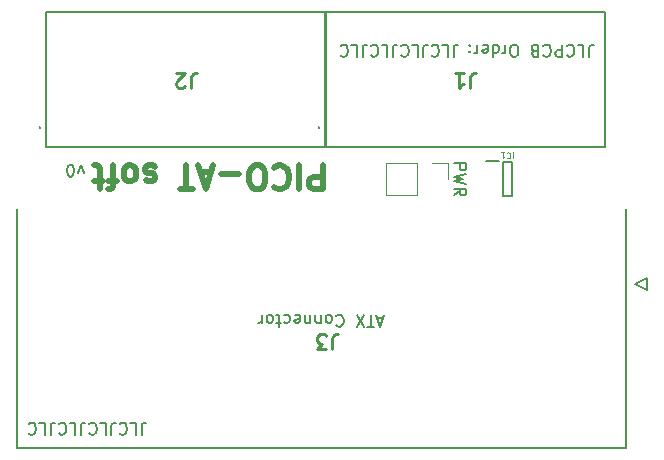
<source format=gbr>
%TF.GenerationSoftware,KiCad,Pcbnew,(5.1.6)-1*%
%TF.CreationDate,2022-11-09T17:54:31-05:00*%
%TF.ProjectId,PICO-AT,5049434f-2d41-4542-9e6b-696361645f70,rev?*%
%TF.SameCoordinates,Original*%
%TF.FileFunction,Legend,Top*%
%TF.FilePolarity,Positive*%
%FSLAX46Y46*%
G04 Gerber Fmt 4.6, Leading zero omitted, Abs format (unit mm)*
G04 Created by KiCad (PCBNEW (5.1.6)-1) date 2022-11-09 17:54:31*
%MOMM*%
%LPD*%
G01*
G04 APERTURE LIST*
%ADD10C,0.150000*%
%ADD11C,0.500000*%
%ADD12C,0.200000*%
%ADD13C,0.127000*%
%ADD14C,0.120000*%
%ADD15C,0.254000*%
%ADD16C,0.125000*%
G04 APERTURE END LIST*
D10*
X171528761Y-88431619D02*
X171528761Y-87717333D01*
X171576380Y-87574476D01*
X171671619Y-87479238D01*
X171814476Y-87431619D01*
X171909714Y-87431619D01*
X170576380Y-87431619D02*
X171052571Y-87431619D01*
X171052571Y-88431619D01*
X169671619Y-87526857D02*
X169719238Y-87479238D01*
X169862095Y-87431619D01*
X169957333Y-87431619D01*
X170100190Y-87479238D01*
X170195428Y-87574476D01*
X170243047Y-87669714D01*
X170290666Y-87860190D01*
X170290666Y-88003047D01*
X170243047Y-88193523D01*
X170195428Y-88288761D01*
X170100190Y-88384000D01*
X169957333Y-88431619D01*
X169862095Y-88431619D01*
X169719238Y-88384000D01*
X169671619Y-88336380D01*
X169243047Y-87431619D02*
X169243047Y-88431619D01*
X168862095Y-88431619D01*
X168766857Y-88384000D01*
X168719238Y-88336380D01*
X168671619Y-88241142D01*
X168671619Y-88098285D01*
X168719238Y-88003047D01*
X168766857Y-87955428D01*
X168862095Y-87907809D01*
X169243047Y-87907809D01*
X167671619Y-87526857D02*
X167719238Y-87479238D01*
X167862095Y-87431619D01*
X167957333Y-87431619D01*
X168100190Y-87479238D01*
X168195428Y-87574476D01*
X168243047Y-87669714D01*
X168290666Y-87860190D01*
X168290666Y-88003047D01*
X168243047Y-88193523D01*
X168195428Y-88288761D01*
X168100190Y-88384000D01*
X167957333Y-88431619D01*
X167862095Y-88431619D01*
X167719238Y-88384000D01*
X167671619Y-88336380D01*
X166909714Y-87955428D02*
X166766857Y-87907809D01*
X166719238Y-87860190D01*
X166671619Y-87764952D01*
X166671619Y-87622095D01*
X166719238Y-87526857D01*
X166766857Y-87479238D01*
X166862095Y-87431619D01*
X167243047Y-87431619D01*
X167243047Y-88431619D01*
X166909714Y-88431619D01*
X166814476Y-88384000D01*
X166766857Y-88336380D01*
X166719238Y-88241142D01*
X166719238Y-88145904D01*
X166766857Y-88050666D01*
X166814476Y-88003047D01*
X166909714Y-87955428D01*
X167243047Y-87955428D01*
X165290666Y-88431619D02*
X165100190Y-88431619D01*
X165004952Y-88384000D01*
X164909714Y-88288761D01*
X164862095Y-88098285D01*
X164862095Y-87764952D01*
X164909714Y-87574476D01*
X165004952Y-87479238D01*
X165100190Y-87431619D01*
X165290666Y-87431619D01*
X165385904Y-87479238D01*
X165481142Y-87574476D01*
X165528761Y-87764952D01*
X165528761Y-88098285D01*
X165481142Y-88288761D01*
X165385904Y-88384000D01*
X165290666Y-88431619D01*
X164433523Y-87431619D02*
X164433523Y-88098285D01*
X164433523Y-87907809D02*
X164385904Y-88003047D01*
X164338285Y-88050666D01*
X164243047Y-88098285D01*
X164147809Y-88098285D01*
X163385904Y-87431619D02*
X163385904Y-88431619D01*
X163385904Y-87479238D02*
X163481142Y-87431619D01*
X163671619Y-87431619D01*
X163766857Y-87479238D01*
X163814476Y-87526857D01*
X163862095Y-87622095D01*
X163862095Y-87907809D01*
X163814476Y-88003047D01*
X163766857Y-88050666D01*
X163671619Y-88098285D01*
X163481142Y-88098285D01*
X163385904Y-88050666D01*
X162528761Y-87479238D02*
X162624000Y-87431619D01*
X162814476Y-87431619D01*
X162909714Y-87479238D01*
X162957333Y-87574476D01*
X162957333Y-87955428D01*
X162909714Y-88050666D01*
X162814476Y-88098285D01*
X162624000Y-88098285D01*
X162528761Y-88050666D01*
X162481142Y-87955428D01*
X162481142Y-87860190D01*
X162957333Y-87764952D01*
X162052571Y-87431619D02*
X162052571Y-88098285D01*
X162052571Y-87907809D02*
X162004952Y-88003047D01*
X161957333Y-88050666D01*
X161862095Y-88098285D01*
X161766857Y-88098285D01*
X161433523Y-87526857D02*
X161385904Y-87479238D01*
X161433523Y-87431619D01*
X161481142Y-87479238D01*
X161433523Y-87526857D01*
X161433523Y-87431619D01*
X161433523Y-88050666D02*
X161385904Y-88003047D01*
X161433523Y-87955428D01*
X161481142Y-88003047D01*
X161433523Y-88050666D01*
X161433523Y-87955428D01*
X160067047Y-88431619D02*
X160067047Y-87717333D01*
X160114666Y-87574476D01*
X160209904Y-87479238D01*
X160352761Y-87431619D01*
X160448000Y-87431619D01*
X159114666Y-87431619D02*
X159590857Y-87431619D01*
X159590857Y-88431619D01*
X158209904Y-87526857D02*
X158257523Y-87479238D01*
X158400380Y-87431619D01*
X158495619Y-87431619D01*
X158638476Y-87479238D01*
X158733714Y-87574476D01*
X158781333Y-87669714D01*
X158828952Y-87860190D01*
X158828952Y-88003047D01*
X158781333Y-88193523D01*
X158733714Y-88288761D01*
X158638476Y-88384000D01*
X158495619Y-88431619D01*
X158400380Y-88431619D01*
X158257523Y-88384000D01*
X158209904Y-88336380D01*
X157495619Y-88431619D02*
X157495619Y-87717333D01*
X157543238Y-87574476D01*
X157638476Y-87479238D01*
X157781333Y-87431619D01*
X157876571Y-87431619D01*
X156543238Y-87431619D02*
X157019428Y-87431619D01*
X157019428Y-88431619D01*
X155638476Y-87526857D02*
X155686095Y-87479238D01*
X155828952Y-87431619D01*
X155924190Y-87431619D01*
X156067047Y-87479238D01*
X156162285Y-87574476D01*
X156209904Y-87669714D01*
X156257523Y-87860190D01*
X156257523Y-88003047D01*
X156209904Y-88193523D01*
X156162285Y-88288761D01*
X156067047Y-88384000D01*
X155924190Y-88431619D01*
X155828952Y-88431619D01*
X155686095Y-88384000D01*
X155638476Y-88336380D01*
X154924190Y-88431619D02*
X154924190Y-87717333D01*
X154971809Y-87574476D01*
X155067047Y-87479238D01*
X155209904Y-87431619D01*
X155305142Y-87431619D01*
X153971809Y-87431619D02*
X154448000Y-87431619D01*
X154448000Y-88431619D01*
X153067047Y-87526857D02*
X153114666Y-87479238D01*
X153257523Y-87431619D01*
X153352761Y-87431619D01*
X153495619Y-87479238D01*
X153590857Y-87574476D01*
X153638476Y-87669714D01*
X153686095Y-87860190D01*
X153686095Y-88003047D01*
X153638476Y-88193523D01*
X153590857Y-88288761D01*
X153495619Y-88384000D01*
X153352761Y-88431619D01*
X153257523Y-88431619D01*
X153114666Y-88384000D01*
X153067047Y-88336380D01*
X152352761Y-88431619D02*
X152352761Y-87717333D01*
X152400380Y-87574476D01*
X152495619Y-87479238D01*
X152638476Y-87431619D01*
X152733714Y-87431619D01*
X151400380Y-87431619D02*
X151876571Y-87431619D01*
X151876571Y-88431619D01*
X150495619Y-87526857D02*
X150543238Y-87479238D01*
X150686095Y-87431619D01*
X150781333Y-87431619D01*
X150924190Y-87479238D01*
X151019428Y-87574476D01*
X151067047Y-87669714D01*
X151114666Y-87860190D01*
X151114666Y-88003047D01*
X151067047Y-88193523D01*
X151019428Y-88288761D01*
X150924190Y-88384000D01*
X150781333Y-88431619D01*
X150686095Y-88431619D01*
X150543238Y-88384000D01*
X150495619Y-88336380D01*
X128730285Y-98258285D02*
X128492190Y-97591619D01*
X128254095Y-98258285D01*
X127682666Y-98591619D02*
X127587428Y-98591619D01*
X127492190Y-98544000D01*
X127444571Y-98496380D01*
X127396952Y-98401142D01*
X127349333Y-98210666D01*
X127349333Y-97972571D01*
X127396952Y-97782095D01*
X127444571Y-97686857D01*
X127492190Y-97639238D01*
X127587428Y-97591619D01*
X127682666Y-97591619D01*
X127777904Y-97639238D01*
X127825523Y-97686857D01*
X127873142Y-97782095D01*
X127920761Y-97972571D01*
X127920761Y-98210666D01*
X127873142Y-98401142D01*
X127825523Y-98496380D01*
X127777904Y-98544000D01*
X127682666Y-98591619D01*
D11*
X148969809Y-97647238D02*
X148969809Y-99647238D01*
X148207904Y-99647238D01*
X148017428Y-99552000D01*
X147922190Y-99456761D01*
X147826952Y-99266285D01*
X147826952Y-98980571D01*
X147922190Y-98790095D01*
X148017428Y-98694857D01*
X148207904Y-98599619D01*
X148969809Y-98599619D01*
X146969809Y-97647238D02*
X146969809Y-99647238D01*
X144874571Y-97837714D02*
X144969809Y-97742476D01*
X145255523Y-97647238D01*
X145446000Y-97647238D01*
X145731714Y-97742476D01*
X145922190Y-97932952D01*
X146017428Y-98123428D01*
X146112666Y-98504380D01*
X146112666Y-98790095D01*
X146017428Y-99171047D01*
X145922190Y-99361523D01*
X145731714Y-99552000D01*
X145446000Y-99647238D01*
X145255523Y-99647238D01*
X144969809Y-99552000D01*
X144874571Y-99456761D01*
X143636476Y-99647238D02*
X143255523Y-99647238D01*
X143065047Y-99552000D01*
X142874571Y-99361523D01*
X142779333Y-98980571D01*
X142779333Y-98313904D01*
X142874571Y-97932952D01*
X143065047Y-97742476D01*
X143255523Y-97647238D01*
X143636476Y-97647238D01*
X143826952Y-97742476D01*
X144017428Y-97932952D01*
X144112666Y-98313904D01*
X144112666Y-98980571D01*
X144017428Y-99361523D01*
X143826952Y-99552000D01*
X143636476Y-99647238D01*
X141922190Y-98409142D02*
X140398380Y-98409142D01*
X139541238Y-98218666D02*
X138588857Y-98218666D01*
X139731714Y-97647238D02*
X139065047Y-99647238D01*
X138398380Y-97647238D01*
X138017428Y-99647238D02*
X136874571Y-99647238D01*
X137446000Y-97647238D02*
X137446000Y-99647238D01*
X134779333Y-97742476D02*
X134588857Y-97647238D01*
X134207904Y-97647238D01*
X134017428Y-97742476D01*
X133922190Y-97932952D01*
X133922190Y-98028190D01*
X134017428Y-98218666D01*
X134207904Y-98313904D01*
X134493619Y-98313904D01*
X134684095Y-98409142D01*
X134779333Y-98599619D01*
X134779333Y-98694857D01*
X134684095Y-98885333D01*
X134493619Y-98980571D01*
X134207904Y-98980571D01*
X134017428Y-98885333D01*
X132779333Y-97647238D02*
X132969809Y-97742476D01*
X133065047Y-97837714D01*
X133160285Y-98028190D01*
X133160285Y-98599619D01*
X133065047Y-98790095D01*
X132969809Y-98885333D01*
X132779333Y-98980571D01*
X132493619Y-98980571D01*
X132303142Y-98885333D01*
X132207904Y-98790095D01*
X132112666Y-98599619D01*
X132112666Y-98028190D01*
X132207904Y-97837714D01*
X132303142Y-97742476D01*
X132493619Y-97647238D01*
X132779333Y-97647238D01*
X131541238Y-98980571D02*
X130779333Y-98980571D01*
X131255523Y-97647238D02*
X131255523Y-99361523D01*
X131160285Y-99552000D01*
X130969809Y-99647238D01*
X130779333Y-99647238D01*
X130398380Y-98980571D02*
X129636476Y-98980571D01*
X130112666Y-99647238D02*
X130112666Y-97932952D01*
X130017428Y-97742476D01*
X129826952Y-97647238D01*
X129636476Y-97647238D01*
D10*
X133651047Y-120435619D02*
X133651047Y-119721333D01*
X133698666Y-119578476D01*
X133793904Y-119483238D01*
X133936761Y-119435619D01*
X134032000Y-119435619D01*
X132698666Y-119435619D02*
X133174857Y-119435619D01*
X133174857Y-120435619D01*
X131793904Y-119530857D02*
X131841523Y-119483238D01*
X131984380Y-119435619D01*
X132079619Y-119435619D01*
X132222476Y-119483238D01*
X132317714Y-119578476D01*
X132365333Y-119673714D01*
X132412952Y-119864190D01*
X132412952Y-120007047D01*
X132365333Y-120197523D01*
X132317714Y-120292761D01*
X132222476Y-120388000D01*
X132079619Y-120435619D01*
X131984380Y-120435619D01*
X131841523Y-120388000D01*
X131793904Y-120340380D01*
X131079619Y-120435619D02*
X131079619Y-119721333D01*
X131127238Y-119578476D01*
X131222476Y-119483238D01*
X131365333Y-119435619D01*
X131460571Y-119435619D01*
X130127238Y-119435619D02*
X130603428Y-119435619D01*
X130603428Y-120435619D01*
X129222476Y-119530857D02*
X129270095Y-119483238D01*
X129412952Y-119435619D01*
X129508190Y-119435619D01*
X129651047Y-119483238D01*
X129746285Y-119578476D01*
X129793904Y-119673714D01*
X129841523Y-119864190D01*
X129841523Y-120007047D01*
X129793904Y-120197523D01*
X129746285Y-120292761D01*
X129651047Y-120388000D01*
X129508190Y-120435619D01*
X129412952Y-120435619D01*
X129270095Y-120388000D01*
X129222476Y-120340380D01*
X128508190Y-120435619D02*
X128508190Y-119721333D01*
X128555809Y-119578476D01*
X128651047Y-119483238D01*
X128793904Y-119435619D01*
X128889142Y-119435619D01*
X127555809Y-119435619D02*
X128032000Y-119435619D01*
X128032000Y-120435619D01*
X126651047Y-119530857D02*
X126698666Y-119483238D01*
X126841523Y-119435619D01*
X126936761Y-119435619D01*
X127079619Y-119483238D01*
X127174857Y-119578476D01*
X127222476Y-119673714D01*
X127270095Y-119864190D01*
X127270095Y-120007047D01*
X127222476Y-120197523D01*
X127174857Y-120292761D01*
X127079619Y-120388000D01*
X126936761Y-120435619D01*
X126841523Y-120435619D01*
X126698666Y-120388000D01*
X126651047Y-120340380D01*
X125936761Y-120435619D02*
X125936761Y-119721333D01*
X125984380Y-119578476D01*
X126079619Y-119483238D01*
X126222476Y-119435619D01*
X126317714Y-119435619D01*
X124984380Y-119435619D02*
X125460571Y-119435619D01*
X125460571Y-120435619D01*
X124079619Y-119530857D02*
X124127238Y-119483238D01*
X124270095Y-119435619D01*
X124365333Y-119435619D01*
X124508190Y-119483238D01*
X124603428Y-119578476D01*
X124651047Y-119673714D01*
X124698666Y-119864190D01*
X124698666Y-120007047D01*
X124651047Y-120197523D01*
X124603428Y-120292761D01*
X124508190Y-120388000D01*
X124365333Y-120435619D01*
X124270095Y-120435619D01*
X124127238Y-120388000D01*
X124079619Y-120340380D01*
X154082095Y-110577333D02*
X153605904Y-110577333D01*
X154177333Y-110291619D02*
X153844000Y-111291619D01*
X153510666Y-110291619D01*
X153320190Y-111291619D02*
X152748761Y-111291619D01*
X153034476Y-110291619D02*
X153034476Y-111291619D01*
X152510666Y-111291619D02*
X151844000Y-110291619D01*
X151844000Y-111291619D02*
X152510666Y-110291619D01*
X150129714Y-110386857D02*
X150177333Y-110339238D01*
X150320190Y-110291619D01*
X150415428Y-110291619D01*
X150558285Y-110339238D01*
X150653523Y-110434476D01*
X150701142Y-110529714D01*
X150748761Y-110720190D01*
X150748761Y-110863047D01*
X150701142Y-111053523D01*
X150653523Y-111148761D01*
X150558285Y-111244000D01*
X150415428Y-111291619D01*
X150320190Y-111291619D01*
X150177333Y-111244000D01*
X150129714Y-111196380D01*
X149558285Y-110291619D02*
X149653523Y-110339238D01*
X149701142Y-110386857D01*
X149748761Y-110482095D01*
X149748761Y-110767809D01*
X149701142Y-110863047D01*
X149653523Y-110910666D01*
X149558285Y-110958285D01*
X149415428Y-110958285D01*
X149320190Y-110910666D01*
X149272571Y-110863047D01*
X149224952Y-110767809D01*
X149224952Y-110482095D01*
X149272571Y-110386857D01*
X149320190Y-110339238D01*
X149415428Y-110291619D01*
X149558285Y-110291619D01*
X148796380Y-110958285D02*
X148796380Y-110291619D01*
X148796380Y-110863047D02*
X148748761Y-110910666D01*
X148653523Y-110958285D01*
X148510666Y-110958285D01*
X148415428Y-110910666D01*
X148367809Y-110815428D01*
X148367809Y-110291619D01*
X147891619Y-110958285D02*
X147891619Y-110291619D01*
X147891619Y-110863047D02*
X147844000Y-110910666D01*
X147748761Y-110958285D01*
X147605904Y-110958285D01*
X147510666Y-110910666D01*
X147463047Y-110815428D01*
X147463047Y-110291619D01*
X146605904Y-110339238D02*
X146701142Y-110291619D01*
X146891619Y-110291619D01*
X146986857Y-110339238D01*
X147034476Y-110434476D01*
X147034476Y-110815428D01*
X146986857Y-110910666D01*
X146891619Y-110958285D01*
X146701142Y-110958285D01*
X146605904Y-110910666D01*
X146558285Y-110815428D01*
X146558285Y-110720190D01*
X147034476Y-110624952D01*
X145701142Y-110339238D02*
X145796380Y-110291619D01*
X145986857Y-110291619D01*
X146082095Y-110339238D01*
X146129714Y-110386857D01*
X146177333Y-110482095D01*
X146177333Y-110767809D01*
X146129714Y-110863047D01*
X146082095Y-110910666D01*
X145986857Y-110958285D01*
X145796380Y-110958285D01*
X145701142Y-110910666D01*
X145415428Y-110958285D02*
X145034476Y-110958285D01*
X145272571Y-111291619D02*
X145272571Y-110434476D01*
X145224952Y-110339238D01*
X145129714Y-110291619D01*
X145034476Y-110291619D01*
X144558285Y-110291619D02*
X144653523Y-110339238D01*
X144701142Y-110386857D01*
X144748761Y-110482095D01*
X144748761Y-110767809D01*
X144701142Y-110863047D01*
X144653523Y-110910666D01*
X144558285Y-110958285D01*
X144415428Y-110958285D01*
X144320190Y-110910666D01*
X144272571Y-110863047D01*
X144224952Y-110767809D01*
X144224952Y-110482095D01*
X144272571Y-110386857D01*
X144320190Y-110339238D01*
X144415428Y-110291619D01*
X144558285Y-110291619D01*
X143796380Y-110291619D02*
X143796380Y-110958285D01*
X143796380Y-110767809D02*
X143748761Y-110863047D01*
X143701142Y-110910666D01*
X143605904Y-110958285D01*
X143510666Y-110958285D01*
D12*
%TO.C,J1*%
X172865000Y-96088000D02*
X149195000Y-96088000D01*
X149195000Y-96088000D02*
X149195000Y-84678000D01*
X149195000Y-84678000D02*
X172865000Y-84678000D01*
X172865000Y-84678000D02*
X172865000Y-96088000D01*
X148630000Y-94488000D02*
X148630000Y-94488000D01*
X148630000Y-94388000D02*
X148630000Y-94388000D01*
X148630000Y-94388000D02*
G75*
G02*
X148630000Y-94488000I0J-50000D01*
G01*
X148630000Y-94488000D02*
G75*
G02*
X148630000Y-94388000I0J50000D01*
G01*
%TO.C,J2*%
X125008000Y-94388000D02*
X125008000Y-94388000D01*
X125008000Y-94488000D02*
X125008000Y-94488000D01*
X149243000Y-84678000D02*
X149243000Y-96088000D01*
X125573000Y-84678000D02*
X149243000Y-84678000D01*
X125573000Y-96088000D02*
X125573000Y-84678000D01*
X149243000Y-96088000D02*
X125573000Y-96088000D01*
X125008000Y-94488000D02*
G75*
G02*
X125008000Y-94388000I0J50000D01*
G01*
X125008000Y-94388000D02*
G75*
G02*
X125008000Y-94488000I0J-50000D01*
G01*
D13*
%TO.C,J3*%
X174658000Y-101296000D02*
X174658000Y-121596000D01*
X174658000Y-121596000D02*
X123058000Y-121596000D01*
X123058000Y-121596000D02*
X123058000Y-101296000D01*
X176458000Y-107196000D02*
X176458000Y-108196000D01*
X176458000Y-108196000D02*
X175458000Y-107696000D01*
X175458000Y-107696000D02*
X176458000Y-107196000D01*
D14*
%TO.C,PWR*%
X154372000Y-97476000D02*
X154372000Y-100136000D01*
X156972000Y-97476000D02*
X154372000Y-97476000D01*
X156972000Y-100136000D02*
X154372000Y-100136000D01*
X156972000Y-97476000D02*
X156972000Y-100136000D01*
X158242000Y-97476000D02*
X159572000Y-97476000D01*
X159572000Y-97476000D02*
X159572000Y-98806000D01*
D12*
%TO.C,IC1*%
X164237000Y-97356000D02*
X164987000Y-97356000D01*
X164987000Y-97356000D02*
X164987000Y-100256000D01*
X164987000Y-100256000D02*
X164237000Y-100256000D01*
X164237000Y-100256000D02*
X164237000Y-97356000D01*
X162837000Y-97231000D02*
X163887000Y-97231000D01*
%TO.C,J1*%
D15*
X161453333Y-91078476D02*
X161453333Y-90171333D01*
X161513809Y-89989904D01*
X161634761Y-89868952D01*
X161816190Y-89808476D01*
X161937142Y-89808476D01*
X160183333Y-89808476D02*
X160909047Y-89808476D01*
X160546190Y-89808476D02*
X160546190Y-91078476D01*
X160667142Y-90897047D01*
X160788095Y-90776095D01*
X160909047Y-90715619D01*
%TO.C,J2*%
X137831333Y-91078476D02*
X137831333Y-90171333D01*
X137891809Y-89989904D01*
X138012761Y-89868952D01*
X138194190Y-89808476D01*
X138315142Y-89808476D01*
X137287047Y-90957523D02*
X137226571Y-91018000D01*
X137105619Y-91078476D01*
X136803238Y-91078476D01*
X136682285Y-91018000D01*
X136621809Y-90957523D01*
X136561333Y-90836571D01*
X136561333Y-90715619D01*
X136621809Y-90534190D01*
X137347523Y-89808476D01*
X136561333Y-89808476D01*
%TO.C,J3*%
X149775333Y-113217476D02*
X149775333Y-112310333D01*
X149835809Y-112128904D01*
X149956761Y-112007952D01*
X150138190Y-111947476D01*
X150259142Y-111947476D01*
X149291523Y-113217476D02*
X148505333Y-113217476D01*
X148928666Y-112733666D01*
X148747238Y-112733666D01*
X148626285Y-112673190D01*
X148565809Y-112612714D01*
X148505333Y-112491761D01*
X148505333Y-112189380D01*
X148565809Y-112068428D01*
X148626285Y-112007952D01*
X148747238Y-111947476D01*
X149110095Y-111947476D01*
X149231047Y-112007952D01*
X149291523Y-112068428D01*
%TO.C,PWR*%
D10*
X160119619Y-97472666D02*
X161119619Y-97472666D01*
X161119619Y-97853619D01*
X161072000Y-97948857D01*
X161024380Y-97996476D01*
X160929142Y-98044095D01*
X160786285Y-98044095D01*
X160691047Y-97996476D01*
X160643428Y-97948857D01*
X160595809Y-97853619D01*
X160595809Y-97472666D01*
X161119619Y-98377428D02*
X160119619Y-98615523D01*
X160833904Y-98806000D01*
X160119619Y-98996476D01*
X161119619Y-99234571D01*
X160119619Y-100186952D02*
X160595809Y-99853619D01*
X160119619Y-99615523D02*
X161119619Y-99615523D01*
X161119619Y-99996476D01*
X161072000Y-100091714D01*
X161024380Y-100139333D01*
X160929142Y-100186952D01*
X160786285Y-100186952D01*
X160691047Y-100139333D01*
X160643428Y-100091714D01*
X160595809Y-99996476D01*
X160595809Y-99615523D01*
%TO.C,IC1*%
D16*
X165080095Y-96547809D02*
X165080095Y-97047809D01*
X164556285Y-96595428D02*
X164580095Y-96571619D01*
X164651523Y-96547809D01*
X164699142Y-96547809D01*
X164770571Y-96571619D01*
X164818190Y-96619238D01*
X164842000Y-96666857D01*
X164865809Y-96762095D01*
X164865809Y-96833523D01*
X164842000Y-96928761D01*
X164818190Y-96976380D01*
X164770571Y-97024000D01*
X164699142Y-97047809D01*
X164651523Y-97047809D01*
X164580095Y-97024000D01*
X164556285Y-97000190D01*
X164080095Y-96547809D02*
X164365809Y-96547809D01*
X164222952Y-96547809D02*
X164222952Y-97047809D01*
X164270571Y-96976380D01*
X164318190Y-96928761D01*
X164365809Y-96904952D01*
%TD*%
M02*

</source>
